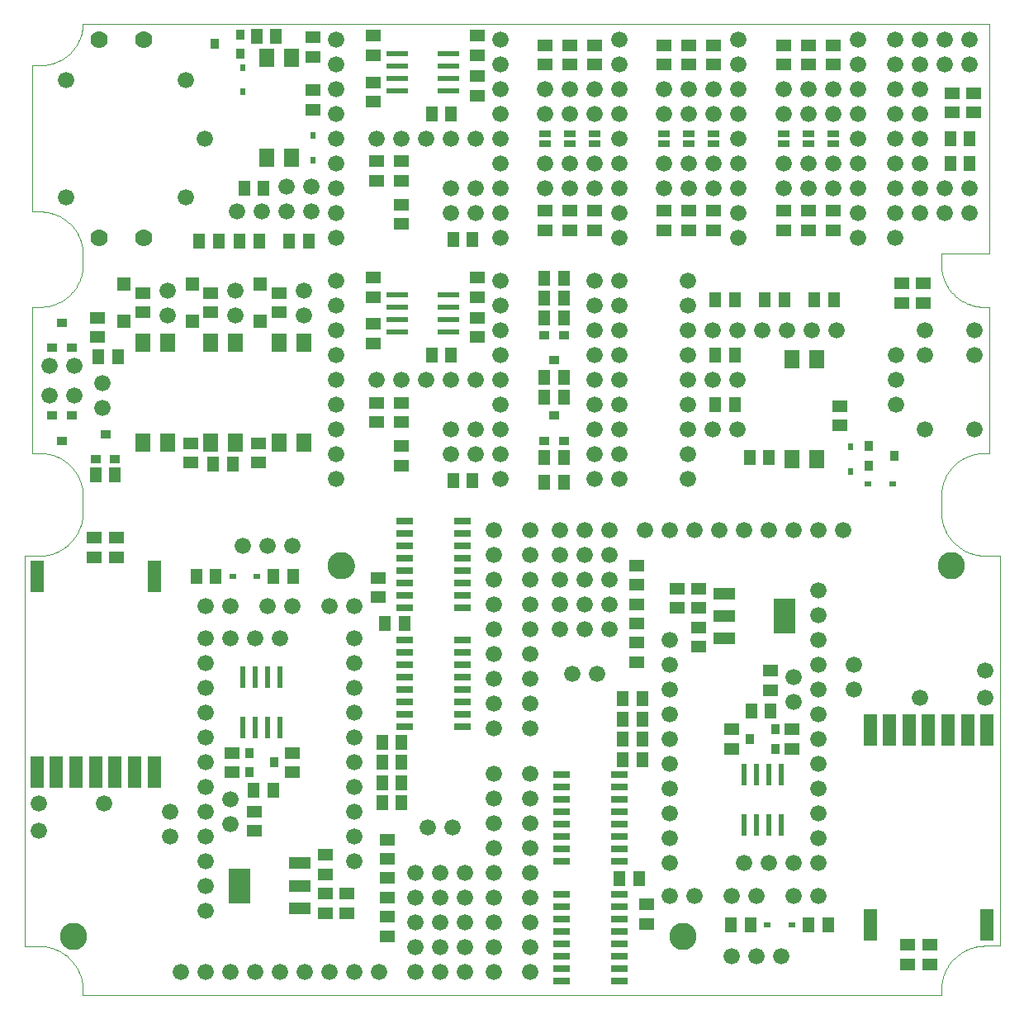
<source format=gts>
G75*
%MOIN*%
%OFA0B0*%
%FSLAX25Y25*%
%IPPOS*%
%LPD*%
%AMOC8*
5,1,8,0,0,1.08239X$1,22.5*
%
%ADD10C,0.00000*%
%ADD11C,0.11024*%
%ADD12C,0.10236*%
%ADD13R,0.05906X0.05118*%
%ADD14R,0.05118X0.05906*%
%ADD15C,0.06600*%
%ADD16R,0.08800X0.04800*%
%ADD17R,0.08661X0.14173*%
%ADD18R,0.03543X0.03937*%
%ADD19R,0.06890X0.02600*%
%ADD20R,0.02362X0.08661*%
%ADD21R,0.05512X0.12795*%
%ADD22R,0.03150X0.02362*%
%ADD23R,0.08661X0.02362*%
%ADD24R,0.05512X0.05512*%
%ADD25R,0.05906X0.07283*%
%ADD26R,0.03937X0.03543*%
%ADD27R,0.02362X0.03150*%
%ADD28C,0.07000*%
%ADD29R,0.05000X0.02500*%
D10*
X0008491Y0022031D02*
X0008919Y0022026D01*
X0009347Y0022010D01*
X0009774Y0021984D01*
X0010201Y0021948D01*
X0010627Y0021902D01*
X0011051Y0021845D01*
X0011474Y0021778D01*
X0011895Y0021701D01*
X0012314Y0021614D01*
X0012731Y0021516D01*
X0013145Y0021409D01*
X0013557Y0021291D01*
X0013966Y0021164D01*
X0014371Y0021027D01*
X0014774Y0020880D01*
X0015172Y0020723D01*
X0015567Y0020557D01*
X0015957Y0020381D01*
X0016343Y0020196D01*
X0016725Y0020002D01*
X0017101Y0019798D01*
X0017473Y0019586D01*
X0017839Y0019364D01*
X0018200Y0019134D01*
X0018555Y0018895D01*
X0018905Y0018647D01*
X0019248Y0018392D01*
X0019585Y0018127D01*
X0019916Y0017855D01*
X0020240Y0017575D01*
X0020557Y0017288D01*
X0020867Y0016992D01*
X0021169Y0016690D01*
X0021465Y0016380D01*
X0021752Y0016063D01*
X0022032Y0015739D01*
X0022304Y0015408D01*
X0022569Y0015071D01*
X0022824Y0014728D01*
X0023072Y0014378D01*
X0023311Y0014023D01*
X0023541Y0013662D01*
X0023763Y0013296D01*
X0023975Y0012924D01*
X0024179Y0012548D01*
X0024373Y0012166D01*
X0024558Y0011780D01*
X0024734Y0011390D01*
X0024900Y0010995D01*
X0025057Y0010597D01*
X0025204Y0010194D01*
X0025341Y0009789D01*
X0025468Y0009380D01*
X0025586Y0008968D01*
X0025693Y0008554D01*
X0025791Y0008137D01*
X0025878Y0007718D01*
X0025955Y0007297D01*
X0026022Y0006874D01*
X0026079Y0006450D01*
X0026125Y0006024D01*
X0026161Y0005597D01*
X0026187Y0005170D01*
X0026203Y0004742D01*
X0026208Y0004314D01*
X0026208Y0002375D01*
X0197133Y0002375D01*
X0201739Y0002375D01*
X0372664Y0002375D01*
X0372664Y0004373D01*
X0372669Y0004801D01*
X0372685Y0005229D01*
X0372711Y0005656D01*
X0372747Y0006083D01*
X0372793Y0006509D01*
X0372850Y0006933D01*
X0372917Y0007356D01*
X0372994Y0007777D01*
X0373081Y0008196D01*
X0373179Y0008613D01*
X0373286Y0009027D01*
X0373404Y0009439D01*
X0373531Y0009848D01*
X0373668Y0010253D01*
X0373815Y0010656D01*
X0373972Y0011054D01*
X0374138Y0011449D01*
X0374314Y0011839D01*
X0374499Y0012225D01*
X0374693Y0012607D01*
X0374897Y0012983D01*
X0375109Y0013355D01*
X0375331Y0013721D01*
X0375561Y0014082D01*
X0375800Y0014437D01*
X0376048Y0014787D01*
X0376303Y0015130D01*
X0376568Y0015467D01*
X0376840Y0015798D01*
X0377120Y0016122D01*
X0377407Y0016439D01*
X0377703Y0016749D01*
X0378005Y0017051D01*
X0378315Y0017347D01*
X0378632Y0017634D01*
X0378956Y0017914D01*
X0379287Y0018186D01*
X0379624Y0018451D01*
X0379967Y0018706D01*
X0380317Y0018954D01*
X0380672Y0019193D01*
X0381033Y0019423D01*
X0381399Y0019645D01*
X0381771Y0019857D01*
X0382147Y0020061D01*
X0382529Y0020255D01*
X0382915Y0020440D01*
X0383305Y0020616D01*
X0383700Y0020782D01*
X0384098Y0020939D01*
X0384501Y0021086D01*
X0384906Y0021223D01*
X0385315Y0021350D01*
X0385727Y0021468D01*
X0386141Y0021575D01*
X0386558Y0021673D01*
X0386977Y0021760D01*
X0387398Y0021837D01*
X0387821Y0021904D01*
X0388245Y0021961D01*
X0388671Y0022007D01*
X0389098Y0022043D01*
X0389525Y0022069D01*
X0389953Y0022085D01*
X0390381Y0022090D01*
X0396286Y0022090D01*
X0396286Y0179570D01*
X0390381Y0179570D01*
X0371483Y0175633D02*
X0371485Y0175776D01*
X0371491Y0175919D01*
X0371501Y0176061D01*
X0371515Y0176203D01*
X0371533Y0176345D01*
X0371555Y0176487D01*
X0371580Y0176627D01*
X0371610Y0176767D01*
X0371644Y0176906D01*
X0371681Y0177044D01*
X0371723Y0177181D01*
X0371768Y0177316D01*
X0371817Y0177450D01*
X0371869Y0177583D01*
X0371925Y0177715D01*
X0371985Y0177844D01*
X0372049Y0177972D01*
X0372116Y0178099D01*
X0372187Y0178223D01*
X0372261Y0178345D01*
X0372338Y0178465D01*
X0372419Y0178583D01*
X0372503Y0178699D01*
X0372590Y0178812D01*
X0372680Y0178923D01*
X0372774Y0179031D01*
X0372870Y0179137D01*
X0372969Y0179239D01*
X0373072Y0179339D01*
X0373176Y0179436D01*
X0373284Y0179531D01*
X0373394Y0179622D01*
X0373507Y0179710D01*
X0373622Y0179794D01*
X0373739Y0179876D01*
X0373859Y0179954D01*
X0373980Y0180029D01*
X0374104Y0180101D01*
X0374230Y0180169D01*
X0374357Y0180233D01*
X0374487Y0180294D01*
X0374618Y0180351D01*
X0374750Y0180405D01*
X0374884Y0180454D01*
X0375019Y0180501D01*
X0375156Y0180543D01*
X0375294Y0180581D01*
X0375432Y0180616D01*
X0375572Y0180646D01*
X0375712Y0180673D01*
X0375853Y0180696D01*
X0375995Y0180715D01*
X0376137Y0180730D01*
X0376280Y0180741D01*
X0376422Y0180748D01*
X0376565Y0180751D01*
X0376708Y0180750D01*
X0376851Y0180745D01*
X0376994Y0180736D01*
X0377136Y0180723D01*
X0377278Y0180706D01*
X0377419Y0180685D01*
X0377560Y0180660D01*
X0377700Y0180632D01*
X0377839Y0180599D01*
X0377977Y0180562D01*
X0378114Y0180522D01*
X0378250Y0180478D01*
X0378385Y0180430D01*
X0378518Y0180378D01*
X0378650Y0180323D01*
X0378780Y0180264D01*
X0378909Y0180201D01*
X0379035Y0180135D01*
X0379160Y0180065D01*
X0379283Y0179992D01*
X0379403Y0179916D01*
X0379522Y0179836D01*
X0379638Y0179752D01*
X0379752Y0179666D01*
X0379863Y0179576D01*
X0379972Y0179484D01*
X0380078Y0179388D01*
X0380182Y0179290D01*
X0380283Y0179188D01*
X0380380Y0179084D01*
X0380475Y0178977D01*
X0380567Y0178868D01*
X0380656Y0178756D01*
X0380742Y0178641D01*
X0380824Y0178525D01*
X0380903Y0178405D01*
X0380979Y0178284D01*
X0381051Y0178161D01*
X0381120Y0178036D01*
X0381185Y0177909D01*
X0381247Y0177780D01*
X0381305Y0177649D01*
X0381360Y0177517D01*
X0381410Y0177383D01*
X0381457Y0177248D01*
X0381501Y0177112D01*
X0381540Y0176975D01*
X0381575Y0176836D01*
X0381607Y0176697D01*
X0381635Y0176557D01*
X0381659Y0176416D01*
X0381679Y0176274D01*
X0381695Y0176132D01*
X0381707Y0175990D01*
X0381715Y0175847D01*
X0381719Y0175704D01*
X0381719Y0175562D01*
X0381715Y0175419D01*
X0381707Y0175276D01*
X0381695Y0175134D01*
X0381679Y0174992D01*
X0381659Y0174850D01*
X0381635Y0174709D01*
X0381607Y0174569D01*
X0381575Y0174430D01*
X0381540Y0174291D01*
X0381501Y0174154D01*
X0381457Y0174018D01*
X0381410Y0173883D01*
X0381360Y0173749D01*
X0381305Y0173617D01*
X0381247Y0173486D01*
X0381185Y0173357D01*
X0381120Y0173230D01*
X0381051Y0173105D01*
X0380979Y0172982D01*
X0380903Y0172861D01*
X0380824Y0172741D01*
X0380742Y0172625D01*
X0380656Y0172510D01*
X0380567Y0172398D01*
X0380475Y0172289D01*
X0380380Y0172182D01*
X0380283Y0172078D01*
X0380182Y0171976D01*
X0380078Y0171878D01*
X0379972Y0171782D01*
X0379863Y0171690D01*
X0379752Y0171600D01*
X0379638Y0171514D01*
X0379522Y0171430D01*
X0379403Y0171350D01*
X0379283Y0171274D01*
X0379160Y0171201D01*
X0379035Y0171131D01*
X0378909Y0171065D01*
X0378780Y0171002D01*
X0378650Y0170943D01*
X0378518Y0170888D01*
X0378385Y0170836D01*
X0378250Y0170788D01*
X0378114Y0170744D01*
X0377977Y0170704D01*
X0377839Y0170667D01*
X0377700Y0170634D01*
X0377560Y0170606D01*
X0377419Y0170581D01*
X0377278Y0170560D01*
X0377136Y0170543D01*
X0376994Y0170530D01*
X0376851Y0170521D01*
X0376708Y0170516D01*
X0376565Y0170515D01*
X0376422Y0170518D01*
X0376280Y0170525D01*
X0376137Y0170536D01*
X0375995Y0170551D01*
X0375853Y0170570D01*
X0375712Y0170593D01*
X0375572Y0170620D01*
X0375432Y0170650D01*
X0375294Y0170685D01*
X0375156Y0170723D01*
X0375019Y0170765D01*
X0374884Y0170812D01*
X0374750Y0170861D01*
X0374618Y0170915D01*
X0374487Y0170972D01*
X0374357Y0171033D01*
X0374230Y0171097D01*
X0374104Y0171165D01*
X0373980Y0171237D01*
X0373859Y0171312D01*
X0373739Y0171390D01*
X0373622Y0171472D01*
X0373507Y0171556D01*
X0373394Y0171644D01*
X0373284Y0171735D01*
X0373176Y0171830D01*
X0373072Y0171927D01*
X0372969Y0172027D01*
X0372870Y0172129D01*
X0372774Y0172235D01*
X0372680Y0172343D01*
X0372590Y0172454D01*
X0372503Y0172567D01*
X0372419Y0172683D01*
X0372338Y0172801D01*
X0372261Y0172921D01*
X0372187Y0173043D01*
X0372116Y0173167D01*
X0372049Y0173294D01*
X0371985Y0173422D01*
X0371925Y0173551D01*
X0371869Y0173683D01*
X0371817Y0173816D01*
X0371768Y0173950D01*
X0371723Y0174085D01*
X0371681Y0174222D01*
X0371644Y0174360D01*
X0371610Y0174499D01*
X0371580Y0174639D01*
X0371555Y0174779D01*
X0371533Y0174921D01*
X0371515Y0175063D01*
X0371501Y0175205D01*
X0371491Y0175347D01*
X0371485Y0175490D01*
X0371483Y0175633D01*
X0372664Y0197286D02*
X0372664Y0199225D01*
X0372664Y0204225D01*
X0372665Y0204225D02*
X0372682Y0204641D01*
X0372709Y0205056D01*
X0372747Y0205470D01*
X0372794Y0205884D01*
X0372851Y0206296D01*
X0372919Y0206706D01*
X0372996Y0207115D01*
X0373083Y0207522D01*
X0373180Y0207927D01*
X0373286Y0208329D01*
X0373402Y0208728D01*
X0373528Y0209125D01*
X0373664Y0209518D01*
X0373809Y0209908D01*
X0373963Y0210294D01*
X0374127Y0210677D01*
X0374299Y0211055D01*
X0374481Y0211430D01*
X0374672Y0211799D01*
X0374872Y0212164D01*
X0375080Y0212524D01*
X0375297Y0212879D01*
X0375523Y0213229D01*
X0375757Y0213573D01*
X0375999Y0213911D01*
X0376250Y0214243D01*
X0376508Y0214569D01*
X0376774Y0214889D01*
X0377048Y0215202D01*
X0377329Y0215509D01*
X0377618Y0215808D01*
X0377914Y0216101D01*
X0378216Y0216386D01*
X0378526Y0216664D01*
X0378842Y0216935D01*
X0379165Y0217197D01*
X0379494Y0217452D01*
X0379828Y0217699D01*
X0380169Y0217938D01*
X0380516Y0218168D01*
X0380868Y0218390D01*
X0381225Y0218603D01*
X0381587Y0218808D01*
X0381954Y0219004D01*
X0382326Y0219191D01*
X0382702Y0219368D01*
X0383082Y0219537D01*
X0383466Y0219697D01*
X0383854Y0219847D01*
X0384246Y0219987D01*
X0384641Y0220119D01*
X0385039Y0220240D01*
X0385439Y0220352D01*
X0385843Y0220455D01*
X0386248Y0220547D01*
X0386656Y0220630D01*
X0387066Y0220703D01*
X0387477Y0220765D01*
X0387889Y0220818D01*
X0388303Y0220861D01*
X0388718Y0220894D01*
X0389133Y0220917D01*
X0389549Y0220930D01*
X0389965Y0220933D01*
X0390381Y0220925D01*
X0390381Y0220926D02*
X0392118Y0220926D01*
X0392118Y0280006D01*
X0390381Y0280006D01*
X0390380Y0280006D02*
X0389964Y0279999D01*
X0389548Y0280002D01*
X0389132Y0280015D01*
X0388716Y0280038D01*
X0388301Y0280072D01*
X0387887Y0280115D01*
X0387475Y0280168D01*
X0387063Y0280231D01*
X0386653Y0280304D01*
X0386246Y0280387D01*
X0385840Y0280480D01*
X0385436Y0280583D01*
X0385035Y0280695D01*
X0384638Y0280817D01*
X0384243Y0280948D01*
X0383851Y0281089D01*
X0383463Y0281240D01*
X0383078Y0281400D01*
X0382698Y0281569D01*
X0382322Y0281747D01*
X0381950Y0281934D01*
X0381583Y0282130D01*
X0381221Y0282335D01*
X0380863Y0282549D01*
X0380511Y0282771D01*
X0380165Y0283002D01*
X0379824Y0283240D01*
X0379489Y0283488D01*
X0379160Y0283743D01*
X0378838Y0284006D01*
X0378521Y0284276D01*
X0378212Y0284555D01*
X0377909Y0284840D01*
X0377613Y0285133D01*
X0377325Y0285433D01*
X0377044Y0285740D01*
X0376770Y0286054D01*
X0376504Y0286374D01*
X0376246Y0286700D01*
X0375995Y0287033D01*
X0375753Y0287371D01*
X0375519Y0287716D01*
X0375293Y0288066D01*
X0375076Y0288421D01*
X0374868Y0288781D01*
X0374668Y0289146D01*
X0374478Y0289516D01*
X0374296Y0289891D01*
X0374123Y0290270D01*
X0373960Y0290652D01*
X0373806Y0291039D01*
X0373661Y0291429D01*
X0373526Y0291823D01*
X0373400Y0292220D01*
X0373284Y0292620D01*
X0373177Y0293022D01*
X0373081Y0293427D01*
X0372994Y0293834D01*
X0372917Y0294243D01*
X0372850Y0294654D01*
X0372793Y0295066D01*
X0372746Y0295480D01*
X0372708Y0295894D01*
X0372681Y0296310D01*
X0372664Y0296726D01*
X0372664Y0296725D02*
X0372664Y0301725D01*
X0392118Y0301725D01*
X0392118Y0394225D01*
X0348993Y0394225D01*
X0343993Y0394225D01*
X0300868Y0394225D01*
X0295868Y0394225D01*
X0252743Y0394225D01*
X0247743Y0394225D01*
X0204618Y0394225D01*
X0203993Y0394225D01*
X0199618Y0394225D01*
X0138368Y0394225D01*
X0133368Y0394225D01*
X0026208Y0394225D01*
X0026207Y0394226D02*
X0026190Y0393810D01*
X0026163Y0393395D01*
X0026125Y0392981D01*
X0026078Y0392567D01*
X0026021Y0392155D01*
X0025953Y0391745D01*
X0025876Y0391336D01*
X0025789Y0390929D01*
X0025692Y0390524D01*
X0025586Y0390122D01*
X0025470Y0389723D01*
X0025344Y0389326D01*
X0025208Y0388933D01*
X0025063Y0388543D01*
X0024909Y0388157D01*
X0024745Y0387774D01*
X0024573Y0387396D01*
X0024391Y0387021D01*
X0024200Y0386652D01*
X0024000Y0386287D01*
X0023792Y0385927D01*
X0023575Y0385572D01*
X0023349Y0385222D01*
X0023115Y0384878D01*
X0022873Y0384540D01*
X0022622Y0384208D01*
X0022364Y0383882D01*
X0022098Y0383562D01*
X0021824Y0383249D01*
X0021543Y0382942D01*
X0021254Y0382643D01*
X0020958Y0382350D01*
X0020656Y0382065D01*
X0020346Y0381787D01*
X0020030Y0381516D01*
X0019707Y0381254D01*
X0019378Y0380999D01*
X0019044Y0380752D01*
X0018703Y0380513D01*
X0018356Y0380283D01*
X0018004Y0380061D01*
X0017647Y0379848D01*
X0017285Y0379643D01*
X0016918Y0379447D01*
X0016546Y0379260D01*
X0016170Y0379083D01*
X0015790Y0378914D01*
X0015406Y0378754D01*
X0015018Y0378604D01*
X0014626Y0378464D01*
X0014231Y0378332D01*
X0013833Y0378211D01*
X0013433Y0378099D01*
X0013029Y0377996D01*
X0012624Y0377904D01*
X0012216Y0377821D01*
X0011806Y0377748D01*
X0011395Y0377686D01*
X0010983Y0377633D01*
X0010569Y0377590D01*
X0010154Y0377557D01*
X0009739Y0377534D01*
X0009323Y0377521D01*
X0008907Y0377518D01*
X0008491Y0377526D01*
X0008491Y0377525D02*
X0005868Y0377525D01*
X0005868Y0318445D01*
X0008491Y0318445D01*
X0008492Y0318445D02*
X0008914Y0318452D01*
X0009337Y0318449D01*
X0009759Y0318435D01*
X0010182Y0318411D01*
X0010603Y0318376D01*
X0011023Y0318332D01*
X0011442Y0318277D01*
X0011860Y0318211D01*
X0012276Y0318136D01*
X0012690Y0318050D01*
X0013102Y0317954D01*
X0013511Y0317848D01*
X0013918Y0317732D01*
X0014321Y0317606D01*
X0014722Y0317470D01*
X0015118Y0317325D01*
X0015512Y0317170D01*
X0015901Y0317005D01*
X0016286Y0316830D01*
X0016667Y0316647D01*
X0017043Y0316454D01*
X0017414Y0316251D01*
X0017780Y0316040D01*
X0018141Y0315820D01*
X0018497Y0315591D01*
X0018846Y0315353D01*
X0019190Y0315107D01*
X0019528Y0314853D01*
X0019859Y0314590D01*
X0020183Y0314319D01*
X0020501Y0314041D01*
X0020812Y0313754D01*
X0021116Y0313460D01*
X0021413Y0313159D01*
X0021702Y0312851D01*
X0021983Y0312535D01*
X0022257Y0312213D01*
X0022523Y0311884D01*
X0022780Y0311549D01*
X0023029Y0311207D01*
X0023270Y0310860D01*
X0023502Y0310506D01*
X0023725Y0310147D01*
X0023940Y0309783D01*
X0024145Y0309414D01*
X0024342Y0309039D01*
X0024529Y0308660D01*
X0024706Y0308276D01*
X0024875Y0307889D01*
X0025033Y0307497D01*
X0025182Y0307101D01*
X0025322Y0306702D01*
X0025451Y0306300D01*
X0025571Y0305894D01*
X0025680Y0305486D01*
X0025780Y0305075D01*
X0025869Y0304662D01*
X0025948Y0304246D01*
X0026017Y0303829D01*
X0026076Y0303411D01*
X0026124Y0302991D01*
X0026163Y0302570D01*
X0026190Y0302148D01*
X0026208Y0301725D01*
X0026208Y0296725D01*
X0026207Y0296726D02*
X0026190Y0296310D01*
X0026163Y0295895D01*
X0026125Y0295481D01*
X0026078Y0295067D01*
X0026021Y0294655D01*
X0025953Y0294245D01*
X0025876Y0293836D01*
X0025789Y0293429D01*
X0025692Y0293024D01*
X0025586Y0292622D01*
X0025470Y0292223D01*
X0025344Y0291826D01*
X0025208Y0291433D01*
X0025063Y0291043D01*
X0024909Y0290657D01*
X0024745Y0290274D01*
X0024573Y0289896D01*
X0024391Y0289521D01*
X0024200Y0289152D01*
X0024000Y0288787D01*
X0023792Y0288427D01*
X0023575Y0288072D01*
X0023349Y0287722D01*
X0023115Y0287378D01*
X0022873Y0287040D01*
X0022622Y0286708D01*
X0022364Y0286382D01*
X0022098Y0286062D01*
X0021824Y0285749D01*
X0021543Y0285442D01*
X0021254Y0285143D01*
X0020958Y0284850D01*
X0020656Y0284565D01*
X0020346Y0284287D01*
X0020030Y0284016D01*
X0019707Y0283754D01*
X0019378Y0283499D01*
X0019044Y0283252D01*
X0018703Y0283013D01*
X0018356Y0282783D01*
X0018004Y0282561D01*
X0017647Y0282348D01*
X0017285Y0282143D01*
X0016918Y0281947D01*
X0016546Y0281760D01*
X0016170Y0281583D01*
X0015790Y0281414D01*
X0015406Y0281254D01*
X0015018Y0281104D01*
X0014626Y0280964D01*
X0014231Y0280832D01*
X0013833Y0280711D01*
X0013433Y0280599D01*
X0013029Y0280496D01*
X0012624Y0280404D01*
X0012216Y0280321D01*
X0011806Y0280248D01*
X0011395Y0280186D01*
X0010983Y0280133D01*
X0010569Y0280090D01*
X0010154Y0280057D01*
X0009739Y0280034D01*
X0009323Y0280021D01*
X0008907Y0280018D01*
X0008491Y0280026D01*
X0008491Y0280025D02*
X0005868Y0280025D01*
X0005868Y0220945D01*
X0008491Y0220945D01*
X0026208Y0204225D02*
X0026208Y0199225D01*
X0026208Y0197227D01*
X0026203Y0196799D01*
X0026187Y0196371D01*
X0026161Y0195944D01*
X0026125Y0195517D01*
X0026079Y0195091D01*
X0026022Y0194667D01*
X0025955Y0194244D01*
X0025878Y0193823D01*
X0025791Y0193404D01*
X0025693Y0192987D01*
X0025586Y0192573D01*
X0025468Y0192161D01*
X0025341Y0191752D01*
X0025204Y0191347D01*
X0025057Y0190944D01*
X0024900Y0190546D01*
X0024734Y0190151D01*
X0024558Y0189761D01*
X0024373Y0189375D01*
X0024179Y0188993D01*
X0023975Y0188617D01*
X0023763Y0188245D01*
X0023541Y0187879D01*
X0023311Y0187518D01*
X0023072Y0187163D01*
X0022824Y0186813D01*
X0022569Y0186470D01*
X0022304Y0186133D01*
X0022032Y0185802D01*
X0021752Y0185478D01*
X0021465Y0185161D01*
X0021169Y0184851D01*
X0020867Y0184549D01*
X0020557Y0184253D01*
X0020240Y0183966D01*
X0019916Y0183686D01*
X0019585Y0183414D01*
X0019248Y0183149D01*
X0018905Y0182894D01*
X0018555Y0182646D01*
X0018200Y0182407D01*
X0017839Y0182177D01*
X0017473Y0181955D01*
X0017101Y0181743D01*
X0016725Y0181539D01*
X0016343Y0181345D01*
X0015957Y0181160D01*
X0015567Y0180984D01*
X0015172Y0180818D01*
X0014774Y0180661D01*
X0014371Y0180514D01*
X0013966Y0180377D01*
X0013557Y0180250D01*
X0013145Y0180132D01*
X0012731Y0180025D01*
X0012314Y0179927D01*
X0011895Y0179840D01*
X0011474Y0179763D01*
X0011051Y0179696D01*
X0010627Y0179639D01*
X0010201Y0179593D01*
X0009774Y0179557D01*
X0009347Y0179531D01*
X0008919Y0179515D01*
X0008491Y0179510D01*
X0008491Y0179511D02*
X0002586Y0179511D01*
X0002586Y0022031D01*
X0008491Y0022031D01*
X0017153Y0025968D02*
X0017155Y0026111D01*
X0017161Y0026254D01*
X0017171Y0026396D01*
X0017185Y0026538D01*
X0017203Y0026680D01*
X0017225Y0026822D01*
X0017250Y0026962D01*
X0017280Y0027102D01*
X0017314Y0027241D01*
X0017351Y0027379D01*
X0017393Y0027516D01*
X0017438Y0027651D01*
X0017487Y0027785D01*
X0017539Y0027918D01*
X0017595Y0028050D01*
X0017655Y0028179D01*
X0017719Y0028307D01*
X0017786Y0028434D01*
X0017857Y0028558D01*
X0017931Y0028680D01*
X0018008Y0028800D01*
X0018089Y0028918D01*
X0018173Y0029034D01*
X0018260Y0029147D01*
X0018350Y0029258D01*
X0018444Y0029366D01*
X0018540Y0029472D01*
X0018639Y0029574D01*
X0018742Y0029674D01*
X0018846Y0029771D01*
X0018954Y0029866D01*
X0019064Y0029957D01*
X0019177Y0030045D01*
X0019292Y0030129D01*
X0019409Y0030211D01*
X0019529Y0030289D01*
X0019650Y0030364D01*
X0019774Y0030436D01*
X0019900Y0030504D01*
X0020027Y0030568D01*
X0020157Y0030629D01*
X0020288Y0030686D01*
X0020420Y0030740D01*
X0020554Y0030789D01*
X0020689Y0030836D01*
X0020826Y0030878D01*
X0020964Y0030916D01*
X0021102Y0030951D01*
X0021242Y0030981D01*
X0021382Y0031008D01*
X0021523Y0031031D01*
X0021665Y0031050D01*
X0021807Y0031065D01*
X0021950Y0031076D01*
X0022092Y0031083D01*
X0022235Y0031086D01*
X0022378Y0031085D01*
X0022521Y0031080D01*
X0022664Y0031071D01*
X0022806Y0031058D01*
X0022948Y0031041D01*
X0023089Y0031020D01*
X0023230Y0030995D01*
X0023370Y0030967D01*
X0023509Y0030934D01*
X0023647Y0030897D01*
X0023784Y0030857D01*
X0023920Y0030813D01*
X0024055Y0030765D01*
X0024188Y0030713D01*
X0024320Y0030658D01*
X0024450Y0030599D01*
X0024579Y0030536D01*
X0024705Y0030470D01*
X0024830Y0030400D01*
X0024953Y0030327D01*
X0025073Y0030251D01*
X0025192Y0030171D01*
X0025308Y0030087D01*
X0025422Y0030001D01*
X0025533Y0029911D01*
X0025642Y0029819D01*
X0025748Y0029723D01*
X0025852Y0029625D01*
X0025953Y0029523D01*
X0026050Y0029419D01*
X0026145Y0029312D01*
X0026237Y0029203D01*
X0026326Y0029091D01*
X0026412Y0028976D01*
X0026494Y0028860D01*
X0026573Y0028740D01*
X0026649Y0028619D01*
X0026721Y0028496D01*
X0026790Y0028371D01*
X0026855Y0028244D01*
X0026917Y0028115D01*
X0026975Y0027984D01*
X0027030Y0027852D01*
X0027080Y0027718D01*
X0027127Y0027583D01*
X0027171Y0027447D01*
X0027210Y0027310D01*
X0027245Y0027171D01*
X0027277Y0027032D01*
X0027305Y0026892D01*
X0027329Y0026751D01*
X0027349Y0026609D01*
X0027365Y0026467D01*
X0027377Y0026325D01*
X0027385Y0026182D01*
X0027389Y0026039D01*
X0027389Y0025897D01*
X0027385Y0025754D01*
X0027377Y0025611D01*
X0027365Y0025469D01*
X0027349Y0025327D01*
X0027329Y0025185D01*
X0027305Y0025044D01*
X0027277Y0024904D01*
X0027245Y0024765D01*
X0027210Y0024626D01*
X0027171Y0024489D01*
X0027127Y0024353D01*
X0027080Y0024218D01*
X0027030Y0024084D01*
X0026975Y0023952D01*
X0026917Y0023821D01*
X0026855Y0023692D01*
X0026790Y0023565D01*
X0026721Y0023440D01*
X0026649Y0023317D01*
X0026573Y0023196D01*
X0026494Y0023076D01*
X0026412Y0022960D01*
X0026326Y0022845D01*
X0026237Y0022733D01*
X0026145Y0022624D01*
X0026050Y0022517D01*
X0025953Y0022413D01*
X0025852Y0022311D01*
X0025748Y0022213D01*
X0025642Y0022117D01*
X0025533Y0022025D01*
X0025422Y0021935D01*
X0025308Y0021849D01*
X0025192Y0021765D01*
X0025073Y0021685D01*
X0024953Y0021609D01*
X0024830Y0021536D01*
X0024705Y0021466D01*
X0024579Y0021400D01*
X0024450Y0021337D01*
X0024320Y0021278D01*
X0024188Y0021223D01*
X0024055Y0021171D01*
X0023920Y0021123D01*
X0023784Y0021079D01*
X0023647Y0021039D01*
X0023509Y0021002D01*
X0023370Y0020969D01*
X0023230Y0020941D01*
X0023089Y0020916D01*
X0022948Y0020895D01*
X0022806Y0020878D01*
X0022664Y0020865D01*
X0022521Y0020856D01*
X0022378Y0020851D01*
X0022235Y0020850D01*
X0022092Y0020853D01*
X0021950Y0020860D01*
X0021807Y0020871D01*
X0021665Y0020886D01*
X0021523Y0020905D01*
X0021382Y0020928D01*
X0021242Y0020955D01*
X0021102Y0020985D01*
X0020964Y0021020D01*
X0020826Y0021058D01*
X0020689Y0021100D01*
X0020554Y0021147D01*
X0020420Y0021196D01*
X0020288Y0021250D01*
X0020157Y0021307D01*
X0020027Y0021368D01*
X0019900Y0021432D01*
X0019774Y0021500D01*
X0019650Y0021572D01*
X0019529Y0021647D01*
X0019409Y0021725D01*
X0019292Y0021807D01*
X0019177Y0021891D01*
X0019064Y0021979D01*
X0018954Y0022070D01*
X0018846Y0022165D01*
X0018742Y0022262D01*
X0018639Y0022362D01*
X0018540Y0022464D01*
X0018444Y0022570D01*
X0018350Y0022678D01*
X0018260Y0022789D01*
X0018173Y0022902D01*
X0018089Y0023018D01*
X0018008Y0023136D01*
X0017931Y0023256D01*
X0017857Y0023378D01*
X0017786Y0023502D01*
X0017719Y0023629D01*
X0017655Y0023757D01*
X0017595Y0023886D01*
X0017539Y0024018D01*
X0017487Y0024151D01*
X0017438Y0024285D01*
X0017393Y0024420D01*
X0017351Y0024557D01*
X0017314Y0024695D01*
X0017280Y0024834D01*
X0017250Y0024974D01*
X0017225Y0025114D01*
X0017203Y0025256D01*
X0017185Y0025398D01*
X0017171Y0025540D01*
X0017161Y0025682D01*
X0017155Y0025825D01*
X0017153Y0025968D01*
X0125420Y0175574D02*
X0125422Y0175717D01*
X0125428Y0175860D01*
X0125438Y0176002D01*
X0125452Y0176144D01*
X0125470Y0176286D01*
X0125492Y0176428D01*
X0125517Y0176568D01*
X0125547Y0176708D01*
X0125581Y0176847D01*
X0125618Y0176985D01*
X0125660Y0177122D01*
X0125705Y0177257D01*
X0125754Y0177391D01*
X0125806Y0177524D01*
X0125862Y0177656D01*
X0125922Y0177785D01*
X0125986Y0177913D01*
X0126053Y0178040D01*
X0126124Y0178164D01*
X0126198Y0178286D01*
X0126275Y0178406D01*
X0126356Y0178524D01*
X0126440Y0178640D01*
X0126527Y0178753D01*
X0126617Y0178864D01*
X0126711Y0178972D01*
X0126807Y0179078D01*
X0126906Y0179180D01*
X0127009Y0179280D01*
X0127113Y0179377D01*
X0127221Y0179472D01*
X0127331Y0179563D01*
X0127444Y0179651D01*
X0127559Y0179735D01*
X0127676Y0179817D01*
X0127796Y0179895D01*
X0127917Y0179970D01*
X0128041Y0180042D01*
X0128167Y0180110D01*
X0128294Y0180174D01*
X0128424Y0180235D01*
X0128555Y0180292D01*
X0128687Y0180346D01*
X0128821Y0180395D01*
X0128956Y0180442D01*
X0129093Y0180484D01*
X0129231Y0180522D01*
X0129369Y0180557D01*
X0129509Y0180587D01*
X0129649Y0180614D01*
X0129790Y0180637D01*
X0129932Y0180656D01*
X0130074Y0180671D01*
X0130217Y0180682D01*
X0130359Y0180689D01*
X0130502Y0180692D01*
X0130645Y0180691D01*
X0130788Y0180686D01*
X0130931Y0180677D01*
X0131073Y0180664D01*
X0131215Y0180647D01*
X0131356Y0180626D01*
X0131497Y0180601D01*
X0131637Y0180573D01*
X0131776Y0180540D01*
X0131914Y0180503D01*
X0132051Y0180463D01*
X0132187Y0180419D01*
X0132322Y0180371D01*
X0132455Y0180319D01*
X0132587Y0180264D01*
X0132717Y0180205D01*
X0132846Y0180142D01*
X0132972Y0180076D01*
X0133097Y0180006D01*
X0133220Y0179933D01*
X0133340Y0179857D01*
X0133459Y0179777D01*
X0133575Y0179693D01*
X0133689Y0179607D01*
X0133800Y0179517D01*
X0133909Y0179425D01*
X0134015Y0179329D01*
X0134119Y0179231D01*
X0134220Y0179129D01*
X0134317Y0179025D01*
X0134412Y0178918D01*
X0134504Y0178809D01*
X0134593Y0178697D01*
X0134679Y0178582D01*
X0134761Y0178466D01*
X0134840Y0178346D01*
X0134916Y0178225D01*
X0134988Y0178102D01*
X0135057Y0177977D01*
X0135122Y0177850D01*
X0135184Y0177721D01*
X0135242Y0177590D01*
X0135297Y0177458D01*
X0135347Y0177324D01*
X0135394Y0177189D01*
X0135438Y0177053D01*
X0135477Y0176916D01*
X0135512Y0176777D01*
X0135544Y0176638D01*
X0135572Y0176498D01*
X0135596Y0176357D01*
X0135616Y0176215D01*
X0135632Y0176073D01*
X0135644Y0175931D01*
X0135652Y0175788D01*
X0135656Y0175645D01*
X0135656Y0175503D01*
X0135652Y0175360D01*
X0135644Y0175217D01*
X0135632Y0175075D01*
X0135616Y0174933D01*
X0135596Y0174791D01*
X0135572Y0174650D01*
X0135544Y0174510D01*
X0135512Y0174371D01*
X0135477Y0174232D01*
X0135438Y0174095D01*
X0135394Y0173959D01*
X0135347Y0173824D01*
X0135297Y0173690D01*
X0135242Y0173558D01*
X0135184Y0173427D01*
X0135122Y0173298D01*
X0135057Y0173171D01*
X0134988Y0173046D01*
X0134916Y0172923D01*
X0134840Y0172802D01*
X0134761Y0172682D01*
X0134679Y0172566D01*
X0134593Y0172451D01*
X0134504Y0172339D01*
X0134412Y0172230D01*
X0134317Y0172123D01*
X0134220Y0172019D01*
X0134119Y0171917D01*
X0134015Y0171819D01*
X0133909Y0171723D01*
X0133800Y0171631D01*
X0133689Y0171541D01*
X0133575Y0171455D01*
X0133459Y0171371D01*
X0133340Y0171291D01*
X0133220Y0171215D01*
X0133097Y0171142D01*
X0132972Y0171072D01*
X0132846Y0171006D01*
X0132717Y0170943D01*
X0132587Y0170884D01*
X0132455Y0170829D01*
X0132322Y0170777D01*
X0132187Y0170729D01*
X0132051Y0170685D01*
X0131914Y0170645D01*
X0131776Y0170608D01*
X0131637Y0170575D01*
X0131497Y0170547D01*
X0131356Y0170522D01*
X0131215Y0170501D01*
X0131073Y0170484D01*
X0130931Y0170471D01*
X0130788Y0170462D01*
X0130645Y0170457D01*
X0130502Y0170456D01*
X0130359Y0170459D01*
X0130217Y0170466D01*
X0130074Y0170477D01*
X0129932Y0170492D01*
X0129790Y0170511D01*
X0129649Y0170534D01*
X0129509Y0170561D01*
X0129369Y0170591D01*
X0129231Y0170626D01*
X0129093Y0170664D01*
X0128956Y0170706D01*
X0128821Y0170753D01*
X0128687Y0170802D01*
X0128555Y0170856D01*
X0128424Y0170913D01*
X0128294Y0170974D01*
X0128167Y0171038D01*
X0128041Y0171106D01*
X0127917Y0171178D01*
X0127796Y0171253D01*
X0127676Y0171331D01*
X0127559Y0171413D01*
X0127444Y0171497D01*
X0127331Y0171585D01*
X0127221Y0171676D01*
X0127113Y0171771D01*
X0127009Y0171868D01*
X0126906Y0171968D01*
X0126807Y0172070D01*
X0126711Y0172176D01*
X0126617Y0172284D01*
X0126527Y0172395D01*
X0126440Y0172508D01*
X0126356Y0172624D01*
X0126275Y0172742D01*
X0126198Y0172862D01*
X0126124Y0172984D01*
X0126053Y0173108D01*
X0125986Y0173235D01*
X0125922Y0173363D01*
X0125862Y0173492D01*
X0125806Y0173624D01*
X0125754Y0173757D01*
X0125705Y0173891D01*
X0125660Y0174026D01*
X0125618Y0174163D01*
X0125581Y0174301D01*
X0125547Y0174440D01*
X0125517Y0174580D01*
X0125492Y0174720D01*
X0125470Y0174862D01*
X0125452Y0175004D01*
X0125438Y0175146D01*
X0125428Y0175288D01*
X0125422Y0175431D01*
X0125420Y0175574D01*
X0026208Y0204225D02*
X0026190Y0204648D01*
X0026163Y0205070D01*
X0026124Y0205491D01*
X0026076Y0205911D01*
X0026017Y0206329D01*
X0025948Y0206746D01*
X0025869Y0207162D01*
X0025780Y0207575D01*
X0025680Y0207986D01*
X0025571Y0208394D01*
X0025451Y0208800D01*
X0025322Y0209202D01*
X0025182Y0209601D01*
X0025033Y0209997D01*
X0024875Y0210389D01*
X0024706Y0210776D01*
X0024529Y0211160D01*
X0024342Y0211539D01*
X0024145Y0211914D01*
X0023940Y0212283D01*
X0023725Y0212647D01*
X0023502Y0213006D01*
X0023270Y0213360D01*
X0023029Y0213707D01*
X0022780Y0214049D01*
X0022523Y0214384D01*
X0022257Y0214713D01*
X0021983Y0215035D01*
X0021702Y0215351D01*
X0021413Y0215659D01*
X0021116Y0215960D01*
X0020812Y0216254D01*
X0020501Y0216541D01*
X0020183Y0216819D01*
X0019859Y0217090D01*
X0019528Y0217353D01*
X0019190Y0217607D01*
X0018846Y0217853D01*
X0018497Y0218091D01*
X0018141Y0218320D01*
X0017780Y0218540D01*
X0017414Y0218751D01*
X0017043Y0218954D01*
X0016667Y0219147D01*
X0016286Y0219330D01*
X0015901Y0219505D01*
X0015512Y0219670D01*
X0015118Y0219825D01*
X0014722Y0219970D01*
X0014321Y0220106D01*
X0013918Y0220232D01*
X0013511Y0220348D01*
X0013102Y0220454D01*
X0012690Y0220550D01*
X0012276Y0220636D01*
X0011860Y0220711D01*
X0011442Y0220777D01*
X0011023Y0220832D01*
X0010603Y0220876D01*
X0010182Y0220911D01*
X0009759Y0220935D01*
X0009337Y0220949D01*
X0008914Y0220952D01*
X0008492Y0220945D01*
X0263216Y0026027D02*
X0263218Y0026170D01*
X0263224Y0026313D01*
X0263234Y0026455D01*
X0263248Y0026597D01*
X0263266Y0026739D01*
X0263288Y0026881D01*
X0263313Y0027021D01*
X0263343Y0027161D01*
X0263377Y0027300D01*
X0263414Y0027438D01*
X0263456Y0027575D01*
X0263501Y0027710D01*
X0263550Y0027844D01*
X0263602Y0027977D01*
X0263658Y0028109D01*
X0263718Y0028238D01*
X0263782Y0028366D01*
X0263849Y0028493D01*
X0263920Y0028617D01*
X0263994Y0028739D01*
X0264071Y0028859D01*
X0264152Y0028977D01*
X0264236Y0029093D01*
X0264323Y0029206D01*
X0264413Y0029317D01*
X0264507Y0029425D01*
X0264603Y0029531D01*
X0264702Y0029633D01*
X0264805Y0029733D01*
X0264909Y0029830D01*
X0265017Y0029925D01*
X0265127Y0030016D01*
X0265240Y0030104D01*
X0265355Y0030188D01*
X0265472Y0030270D01*
X0265592Y0030348D01*
X0265713Y0030423D01*
X0265837Y0030495D01*
X0265963Y0030563D01*
X0266090Y0030627D01*
X0266220Y0030688D01*
X0266351Y0030745D01*
X0266483Y0030799D01*
X0266617Y0030848D01*
X0266752Y0030895D01*
X0266889Y0030937D01*
X0267027Y0030975D01*
X0267165Y0031010D01*
X0267305Y0031040D01*
X0267445Y0031067D01*
X0267586Y0031090D01*
X0267728Y0031109D01*
X0267870Y0031124D01*
X0268013Y0031135D01*
X0268155Y0031142D01*
X0268298Y0031145D01*
X0268441Y0031144D01*
X0268584Y0031139D01*
X0268727Y0031130D01*
X0268869Y0031117D01*
X0269011Y0031100D01*
X0269152Y0031079D01*
X0269293Y0031054D01*
X0269433Y0031026D01*
X0269572Y0030993D01*
X0269710Y0030956D01*
X0269847Y0030916D01*
X0269983Y0030872D01*
X0270118Y0030824D01*
X0270251Y0030772D01*
X0270383Y0030717D01*
X0270513Y0030658D01*
X0270642Y0030595D01*
X0270768Y0030529D01*
X0270893Y0030459D01*
X0271016Y0030386D01*
X0271136Y0030310D01*
X0271255Y0030230D01*
X0271371Y0030146D01*
X0271485Y0030060D01*
X0271596Y0029970D01*
X0271705Y0029878D01*
X0271811Y0029782D01*
X0271915Y0029684D01*
X0272016Y0029582D01*
X0272113Y0029478D01*
X0272208Y0029371D01*
X0272300Y0029262D01*
X0272389Y0029150D01*
X0272475Y0029035D01*
X0272557Y0028919D01*
X0272636Y0028799D01*
X0272712Y0028678D01*
X0272784Y0028555D01*
X0272853Y0028430D01*
X0272918Y0028303D01*
X0272980Y0028174D01*
X0273038Y0028043D01*
X0273093Y0027911D01*
X0273143Y0027777D01*
X0273190Y0027642D01*
X0273234Y0027506D01*
X0273273Y0027369D01*
X0273308Y0027230D01*
X0273340Y0027091D01*
X0273368Y0026951D01*
X0273392Y0026810D01*
X0273412Y0026668D01*
X0273428Y0026526D01*
X0273440Y0026384D01*
X0273448Y0026241D01*
X0273452Y0026098D01*
X0273452Y0025956D01*
X0273448Y0025813D01*
X0273440Y0025670D01*
X0273428Y0025528D01*
X0273412Y0025386D01*
X0273392Y0025244D01*
X0273368Y0025103D01*
X0273340Y0024963D01*
X0273308Y0024824D01*
X0273273Y0024685D01*
X0273234Y0024548D01*
X0273190Y0024412D01*
X0273143Y0024277D01*
X0273093Y0024143D01*
X0273038Y0024011D01*
X0272980Y0023880D01*
X0272918Y0023751D01*
X0272853Y0023624D01*
X0272784Y0023499D01*
X0272712Y0023376D01*
X0272636Y0023255D01*
X0272557Y0023135D01*
X0272475Y0023019D01*
X0272389Y0022904D01*
X0272300Y0022792D01*
X0272208Y0022683D01*
X0272113Y0022576D01*
X0272016Y0022472D01*
X0271915Y0022370D01*
X0271811Y0022272D01*
X0271705Y0022176D01*
X0271596Y0022084D01*
X0271485Y0021994D01*
X0271371Y0021908D01*
X0271255Y0021824D01*
X0271136Y0021744D01*
X0271016Y0021668D01*
X0270893Y0021595D01*
X0270768Y0021525D01*
X0270642Y0021459D01*
X0270513Y0021396D01*
X0270383Y0021337D01*
X0270251Y0021282D01*
X0270118Y0021230D01*
X0269983Y0021182D01*
X0269847Y0021138D01*
X0269710Y0021098D01*
X0269572Y0021061D01*
X0269433Y0021028D01*
X0269293Y0021000D01*
X0269152Y0020975D01*
X0269011Y0020954D01*
X0268869Y0020937D01*
X0268727Y0020924D01*
X0268584Y0020915D01*
X0268441Y0020910D01*
X0268298Y0020909D01*
X0268155Y0020912D01*
X0268013Y0020919D01*
X0267870Y0020930D01*
X0267728Y0020945D01*
X0267586Y0020964D01*
X0267445Y0020987D01*
X0267305Y0021014D01*
X0267165Y0021044D01*
X0267027Y0021079D01*
X0266889Y0021117D01*
X0266752Y0021159D01*
X0266617Y0021206D01*
X0266483Y0021255D01*
X0266351Y0021309D01*
X0266220Y0021366D01*
X0266090Y0021427D01*
X0265963Y0021491D01*
X0265837Y0021559D01*
X0265713Y0021631D01*
X0265592Y0021706D01*
X0265472Y0021784D01*
X0265355Y0021866D01*
X0265240Y0021950D01*
X0265127Y0022038D01*
X0265017Y0022129D01*
X0264909Y0022224D01*
X0264805Y0022321D01*
X0264702Y0022421D01*
X0264603Y0022523D01*
X0264507Y0022629D01*
X0264413Y0022737D01*
X0264323Y0022848D01*
X0264236Y0022961D01*
X0264152Y0023077D01*
X0264071Y0023195D01*
X0263994Y0023315D01*
X0263920Y0023437D01*
X0263849Y0023561D01*
X0263782Y0023688D01*
X0263718Y0023816D01*
X0263658Y0023945D01*
X0263602Y0024077D01*
X0263550Y0024210D01*
X0263501Y0024344D01*
X0263456Y0024479D01*
X0263414Y0024616D01*
X0263377Y0024754D01*
X0263343Y0024893D01*
X0263313Y0025033D01*
X0263288Y0025173D01*
X0263266Y0025315D01*
X0263248Y0025457D01*
X0263234Y0025599D01*
X0263224Y0025741D01*
X0263218Y0025884D01*
X0263216Y0026027D01*
X0390381Y0179569D02*
X0389953Y0179574D01*
X0389525Y0179590D01*
X0389098Y0179616D01*
X0388671Y0179652D01*
X0388245Y0179698D01*
X0387821Y0179755D01*
X0387398Y0179822D01*
X0386977Y0179899D01*
X0386558Y0179986D01*
X0386141Y0180084D01*
X0385727Y0180191D01*
X0385315Y0180309D01*
X0384906Y0180436D01*
X0384501Y0180573D01*
X0384098Y0180720D01*
X0383700Y0180877D01*
X0383305Y0181043D01*
X0382915Y0181219D01*
X0382529Y0181404D01*
X0382147Y0181598D01*
X0381771Y0181802D01*
X0381399Y0182014D01*
X0381033Y0182236D01*
X0380672Y0182466D01*
X0380317Y0182705D01*
X0379967Y0182953D01*
X0379624Y0183208D01*
X0379287Y0183473D01*
X0378956Y0183745D01*
X0378632Y0184025D01*
X0378315Y0184312D01*
X0378005Y0184608D01*
X0377703Y0184910D01*
X0377407Y0185220D01*
X0377120Y0185537D01*
X0376840Y0185861D01*
X0376568Y0186192D01*
X0376303Y0186529D01*
X0376048Y0186872D01*
X0375800Y0187222D01*
X0375561Y0187577D01*
X0375331Y0187938D01*
X0375109Y0188304D01*
X0374897Y0188676D01*
X0374693Y0189052D01*
X0374499Y0189434D01*
X0374314Y0189820D01*
X0374138Y0190210D01*
X0373972Y0190605D01*
X0373815Y0191003D01*
X0373668Y0191406D01*
X0373531Y0191811D01*
X0373404Y0192220D01*
X0373286Y0192632D01*
X0373179Y0193046D01*
X0373081Y0193463D01*
X0372994Y0193882D01*
X0372917Y0194303D01*
X0372850Y0194726D01*
X0372793Y0195150D01*
X0372747Y0195576D01*
X0372711Y0196003D01*
X0372685Y0196430D01*
X0372669Y0196858D01*
X0372664Y0197286D01*
D11*
X0376601Y0175633D03*
X0268334Y0026027D03*
X0130538Y0175574D03*
X0022271Y0025968D03*
D12*
X0022271Y0025968D03*
X0130538Y0175574D03*
X0268334Y0026027D03*
X0376601Y0175633D03*
D13*
X0331754Y0232163D03*
X0331754Y0240037D03*
X0356754Y0281538D03*
X0356754Y0289412D03*
X0365504Y0289412D03*
X0365504Y0281538D03*
X0328993Y0310913D03*
X0328993Y0318787D03*
X0318993Y0318787D03*
X0318993Y0310913D03*
X0308993Y0310913D03*
X0308993Y0318787D03*
X0280868Y0318787D03*
X0280868Y0310913D03*
X0270868Y0310913D03*
X0270868Y0318787D03*
X0260868Y0318787D03*
X0260868Y0310913D03*
X0232743Y0310913D03*
X0232743Y0318787D03*
X0222743Y0318787D03*
X0222743Y0310913D03*
X0212743Y0310913D03*
X0212743Y0318787D03*
X0185243Y0291912D03*
X0185243Y0284038D03*
X0185243Y0275662D03*
X0185243Y0267788D03*
X0154618Y0241287D03*
X0154618Y0233413D03*
X0154618Y0223787D03*
X0154618Y0215913D03*
X0144618Y0233413D03*
X0144618Y0241287D03*
X0143368Y0265288D03*
X0143368Y0273162D03*
X0143368Y0284038D03*
X0143368Y0291912D03*
X0154618Y0313413D03*
X0154618Y0321287D03*
X0154618Y0330913D03*
X0154618Y0338787D03*
X0144618Y0338787D03*
X0144618Y0330913D03*
X0118993Y0359663D03*
X0118993Y0367537D03*
X0118993Y0380913D03*
X0118993Y0388787D03*
X0143368Y0389412D03*
X0143368Y0381538D03*
X0143368Y0370662D03*
X0143368Y0362788D03*
X0185243Y0365288D03*
X0185243Y0373162D03*
X0185243Y0381538D03*
X0185243Y0389412D03*
X0212743Y0385662D03*
X0212743Y0377788D03*
X0222743Y0377788D03*
X0222743Y0385662D03*
X0232743Y0385662D03*
X0232743Y0377788D03*
X0260868Y0377788D03*
X0260868Y0385662D03*
X0270868Y0385662D03*
X0270868Y0377788D03*
X0280868Y0377788D03*
X0280868Y0385662D03*
X0308993Y0385662D03*
X0308993Y0377788D03*
X0318993Y0377788D03*
X0318993Y0385662D03*
X0328993Y0385662D03*
X0328993Y0377788D03*
X0377118Y0366287D03*
X0377118Y0358413D03*
X0385868Y0358413D03*
X0385868Y0366287D03*
X0249864Y0175687D03*
X0249864Y0167813D03*
X0249864Y0160062D03*
X0249864Y0152188D03*
X0249864Y0144437D03*
X0249864Y0136563D03*
X0266114Y0158438D03*
X0266114Y0166312D03*
X0274864Y0166312D03*
X0274864Y0158438D03*
X0274864Y0150687D03*
X0274864Y0142813D03*
X0303614Y0133187D03*
X0303614Y0125313D03*
X0312364Y0109437D03*
X0312364Y0101563D03*
X0287989Y0101563D03*
X0287989Y0109437D03*
X0253614Y0038812D03*
X0253614Y0030938D03*
X0149008Y0033787D03*
X0149008Y0041538D03*
X0149008Y0049412D03*
X0149008Y0057163D03*
X0149008Y0065037D03*
X0132758Y0043162D03*
X0132758Y0035288D03*
X0124008Y0035288D03*
X0124008Y0043162D03*
X0124008Y0050913D03*
X0124008Y0058787D03*
X0095258Y0068413D03*
X0095258Y0076287D03*
X0086508Y0092163D03*
X0086508Y0100037D03*
X0110883Y0100037D03*
X0110883Y0092163D03*
X0149008Y0025913D03*
X0145258Y0162788D03*
X0145258Y0170662D03*
X0097118Y0217163D03*
X0097118Y0225037D03*
X0069618Y0225037D03*
X0069618Y0217163D03*
X0039633Y0186912D03*
X0039633Y0179038D03*
X0030883Y0179038D03*
X0030883Y0186912D03*
X0032118Y0267788D03*
X0032118Y0275662D03*
X0050243Y0277788D03*
X0050243Y0285662D03*
X0077743Y0285662D03*
X0077743Y0277788D03*
X0105243Y0277788D03*
X0105243Y0285662D03*
X0359239Y0022562D03*
X0359239Y0014688D03*
X0367989Y0014688D03*
X0367989Y0022562D03*
D14*
X0326926Y0030500D03*
X0319052Y0030500D03*
X0295676Y0030500D03*
X0287802Y0030500D03*
X0250676Y0049250D03*
X0242802Y0049250D03*
X0244052Y0097375D03*
X0251926Y0097375D03*
X0251926Y0105500D03*
X0244052Y0105500D03*
X0244052Y0113625D03*
X0251926Y0113625D03*
X0251926Y0121750D03*
X0244052Y0121750D03*
X0295927Y0116750D03*
X0303801Y0116750D03*
X0220430Y0209225D03*
X0212556Y0209225D03*
X0212556Y0219225D03*
X0220430Y0219225D03*
X0220430Y0243600D03*
X0212556Y0243600D03*
X0212556Y0251725D03*
X0220430Y0251725D03*
X0220430Y0275475D03*
X0212556Y0275475D03*
X0212556Y0283600D03*
X0220430Y0283600D03*
X0220430Y0291725D03*
X0212556Y0291725D03*
X0183555Y0307350D03*
X0175681Y0307350D03*
X0174805Y0260475D03*
X0166931Y0260475D03*
X0117305Y0306725D03*
X0109431Y0306725D03*
X0097305Y0306725D03*
X0089431Y0306725D03*
X0081055Y0306725D03*
X0073181Y0306725D03*
X0091306Y0327975D03*
X0099180Y0327975D03*
X0096306Y0389225D03*
X0104180Y0389225D03*
X0166931Y0357975D03*
X0174805Y0357975D03*
X0281567Y0282975D03*
X0289441Y0282975D03*
X0301567Y0282975D03*
X0309441Y0282975D03*
X0321567Y0282975D03*
X0329441Y0282975D03*
X0289441Y0260475D03*
X0281567Y0260475D03*
X0281567Y0240475D03*
X0289441Y0240475D03*
X0295317Y0219225D03*
X0303191Y0219225D03*
X0183555Y0209850D03*
X0175681Y0209850D03*
X0156070Y0152350D03*
X0148196Y0152350D03*
X0111070Y0171100D03*
X0103196Y0171100D03*
X0079820Y0171100D03*
X0071946Y0171100D03*
X0039180Y0212350D03*
X0031306Y0212350D03*
X0032556Y0259850D03*
X0040430Y0259850D03*
X0078806Y0216725D03*
X0086680Y0216725D03*
X0146946Y0104225D03*
X0154820Y0104225D03*
X0154820Y0096100D03*
X0146946Y0096100D03*
X0146946Y0087975D03*
X0154820Y0087975D03*
X0154820Y0079850D03*
X0146946Y0079850D03*
X0102945Y0084850D03*
X0095071Y0084850D03*
X0376306Y0337975D03*
X0384180Y0337975D03*
X0384180Y0347975D03*
X0376306Y0347975D03*
D15*
X0363993Y0347975D03*
X0363993Y0357975D03*
X0353993Y0357975D03*
X0353993Y0347975D03*
X0353993Y0337975D03*
X0353993Y0327975D03*
X0353993Y0317975D03*
X0353993Y0307975D03*
X0363993Y0317975D03*
X0373993Y0317975D03*
X0383993Y0317975D03*
X0383993Y0327975D03*
X0373993Y0327975D03*
X0363993Y0327975D03*
X0363993Y0337975D03*
X0338993Y0337975D03*
X0338993Y0327975D03*
X0338993Y0317975D03*
X0338993Y0307975D03*
X0328993Y0327975D03*
X0318993Y0327975D03*
X0318993Y0337975D03*
X0328993Y0337975D03*
X0338993Y0347975D03*
X0338993Y0357975D03*
X0328993Y0357975D03*
X0318993Y0357975D03*
X0308993Y0357975D03*
X0308993Y0367975D03*
X0318993Y0367975D03*
X0328993Y0367975D03*
X0338993Y0367975D03*
X0338993Y0377975D03*
X0338993Y0387975D03*
X0353993Y0387975D03*
X0353993Y0377975D03*
X0353993Y0367975D03*
X0363993Y0367975D03*
X0363993Y0377975D03*
X0373993Y0377975D03*
X0383993Y0377975D03*
X0383993Y0387975D03*
X0373993Y0387975D03*
X0363993Y0387975D03*
X0308993Y0337975D03*
X0308993Y0327975D03*
X0290868Y0327975D03*
X0290868Y0337975D03*
X0280868Y0337975D03*
X0280868Y0327975D03*
X0270868Y0327975D03*
X0270868Y0337975D03*
X0260868Y0337975D03*
X0260868Y0327975D03*
X0242743Y0327975D03*
X0242743Y0337975D03*
X0232743Y0337975D03*
X0232743Y0327975D03*
X0222743Y0327975D03*
X0222743Y0337975D03*
X0212743Y0337975D03*
X0212743Y0327975D03*
X0194618Y0327975D03*
X0194618Y0337975D03*
X0194618Y0347975D03*
X0194618Y0357975D03*
X0194618Y0367975D03*
X0194618Y0377975D03*
X0194618Y0387975D03*
X0212743Y0367975D03*
X0212743Y0357975D03*
X0222743Y0357975D03*
X0232743Y0357975D03*
X0242743Y0357975D03*
X0242743Y0347975D03*
X0260868Y0357975D03*
X0270868Y0357975D03*
X0280868Y0357975D03*
X0290868Y0357975D03*
X0290868Y0347975D03*
X0290868Y0367975D03*
X0290868Y0377975D03*
X0290868Y0387975D03*
X0280868Y0367975D03*
X0270868Y0367975D03*
X0260868Y0367975D03*
X0242743Y0367975D03*
X0242743Y0377975D03*
X0242743Y0387975D03*
X0232743Y0367975D03*
X0222743Y0367975D03*
X0184618Y0347975D03*
X0174618Y0347975D03*
X0164618Y0347975D03*
X0154618Y0347975D03*
X0144618Y0347975D03*
X0128368Y0347975D03*
X0128368Y0357975D03*
X0128368Y0367975D03*
X0128368Y0377975D03*
X0128368Y0387975D03*
X0128368Y0337975D03*
X0128368Y0327975D03*
X0118368Y0328600D03*
X0118368Y0318600D03*
X0128368Y0317975D03*
X0128368Y0307975D03*
X0128368Y0290475D03*
X0128368Y0280475D03*
X0128368Y0270475D03*
X0128368Y0260475D03*
X0128368Y0250475D03*
X0128368Y0240475D03*
X0128368Y0230475D03*
X0128368Y0220475D03*
X0128368Y0210475D03*
X0110883Y0183600D03*
X0100883Y0183600D03*
X0090883Y0183600D03*
X0085883Y0159225D03*
X0075883Y0159225D03*
X0075883Y0146100D03*
X0075883Y0136100D03*
X0075883Y0126100D03*
X0075883Y0116100D03*
X0075883Y0106100D03*
X0075883Y0096100D03*
X0075883Y0086100D03*
X0075883Y0076100D03*
X0075883Y0066100D03*
X0075883Y0056100D03*
X0075883Y0046100D03*
X0075883Y0036100D03*
X0075883Y0011725D03*
X0065883Y0011725D03*
X0085883Y0011725D03*
X0095883Y0011725D03*
X0105883Y0011725D03*
X0115883Y0011725D03*
X0125883Y0011725D03*
X0135883Y0011725D03*
X0145883Y0011725D03*
X0160258Y0011725D03*
X0170258Y0011725D03*
X0180258Y0011725D03*
X0180258Y0021725D03*
X0170258Y0021725D03*
X0170258Y0031725D03*
X0180258Y0031725D03*
X0180258Y0041725D03*
X0170258Y0041725D03*
X0170258Y0051725D03*
X0180258Y0051725D03*
X0192133Y0051558D03*
X0192133Y0041558D03*
X0192133Y0031558D03*
X0192133Y0021558D03*
X0192133Y0011558D03*
X0206739Y0011617D03*
X0206739Y0021617D03*
X0206739Y0031617D03*
X0206739Y0041617D03*
X0206739Y0051617D03*
X0206739Y0061617D03*
X0206739Y0071617D03*
X0206739Y0081617D03*
X0206739Y0091617D03*
X0192133Y0091558D03*
X0192133Y0081558D03*
X0192133Y0071558D03*
X0192133Y0061558D03*
X0175258Y0069850D03*
X0165258Y0069850D03*
X0160258Y0051725D03*
X0160258Y0041725D03*
X0160258Y0031725D03*
X0160258Y0021725D03*
X0135883Y0056100D03*
X0135883Y0066100D03*
X0135883Y0076100D03*
X0135883Y0086100D03*
X0135883Y0096100D03*
X0135883Y0106100D03*
X0135883Y0116100D03*
X0135883Y0126100D03*
X0135883Y0136100D03*
X0135883Y0146100D03*
X0135883Y0159225D03*
X0125883Y0159225D03*
X0110883Y0159225D03*
X0100883Y0159225D03*
X0105883Y0146100D03*
X0095883Y0146100D03*
X0085883Y0146100D03*
X0085883Y0081100D03*
X0085883Y0071100D03*
X0061508Y0066100D03*
X0061508Y0076100D03*
X0034633Y0079475D03*
X0008383Y0079475D03*
X0008383Y0068475D03*
X0174618Y0220475D03*
X0184618Y0220475D03*
X0184618Y0230475D03*
X0174618Y0230475D03*
X0194618Y0230475D03*
X0194618Y0220475D03*
X0194618Y0210475D03*
X0192133Y0189983D03*
X0192133Y0179983D03*
X0192133Y0169983D03*
X0192133Y0159983D03*
X0192133Y0149983D03*
X0192133Y0139983D03*
X0192133Y0129983D03*
X0192133Y0119983D03*
X0192133Y0109983D03*
X0206739Y0110042D03*
X0206739Y0120042D03*
X0206739Y0130042D03*
X0206739Y0140042D03*
X0206739Y0150042D03*
X0206739Y0160042D03*
X0206739Y0170042D03*
X0206739Y0180042D03*
X0206739Y0190042D03*
X0218614Y0189875D03*
X0218614Y0179875D03*
X0228614Y0179875D03*
X0228614Y0189875D03*
X0238614Y0189875D03*
X0238614Y0179875D03*
X0238614Y0169875D03*
X0228614Y0169875D03*
X0218614Y0169875D03*
X0218614Y0159875D03*
X0218614Y0149875D03*
X0228614Y0149875D03*
X0228614Y0159875D03*
X0238614Y0159875D03*
X0238614Y0149875D03*
X0233614Y0131750D03*
X0223614Y0131750D03*
X0262989Y0135500D03*
X0262989Y0125500D03*
X0262989Y0115500D03*
X0262989Y0105500D03*
X0262989Y0095500D03*
X0262989Y0085500D03*
X0262989Y0075500D03*
X0262989Y0065500D03*
X0262989Y0055500D03*
X0262989Y0042375D03*
X0272989Y0042375D03*
X0287989Y0042375D03*
X0297989Y0042375D03*
X0292989Y0055500D03*
X0302989Y0055500D03*
X0312989Y0055500D03*
X0322989Y0055500D03*
X0322989Y0065500D03*
X0322989Y0075500D03*
X0322989Y0085500D03*
X0322989Y0095500D03*
X0322989Y0105500D03*
X0322989Y0115500D03*
X0322989Y0125500D03*
X0322989Y0135500D03*
X0322989Y0145500D03*
X0322989Y0155500D03*
X0322989Y0165500D03*
X0322989Y0189875D03*
X0332989Y0189875D03*
X0312989Y0189875D03*
X0302989Y0189875D03*
X0292989Y0189875D03*
X0282989Y0189875D03*
X0272989Y0189875D03*
X0262989Y0189875D03*
X0252989Y0189875D03*
X0242743Y0210475D03*
X0232743Y0210475D03*
X0232743Y0220475D03*
X0232743Y0230475D03*
X0242743Y0230475D03*
X0242743Y0220475D03*
X0242743Y0240475D03*
X0242743Y0250475D03*
X0232743Y0250475D03*
X0232743Y0240475D03*
X0232743Y0260475D03*
X0232743Y0270475D03*
X0242743Y0270475D03*
X0242743Y0260475D03*
X0242743Y0280475D03*
X0242743Y0290475D03*
X0232743Y0290475D03*
X0232743Y0280475D03*
X0242743Y0307975D03*
X0242743Y0317975D03*
X0270504Y0290475D03*
X0270504Y0280475D03*
X0270504Y0270475D03*
X0270504Y0260475D03*
X0280504Y0270475D03*
X0290504Y0270475D03*
X0300504Y0270475D03*
X0310504Y0270475D03*
X0320504Y0270475D03*
X0330504Y0270475D03*
X0354254Y0260475D03*
X0366129Y0260475D03*
X0366129Y0270475D03*
X0386129Y0270475D03*
X0386129Y0260475D03*
X0354254Y0250475D03*
X0354254Y0240475D03*
X0366129Y0230475D03*
X0386129Y0230475D03*
X0290504Y0230475D03*
X0280504Y0230475D03*
X0270504Y0230475D03*
X0270504Y0220475D03*
X0270504Y0210475D03*
X0270504Y0240475D03*
X0270504Y0250475D03*
X0280504Y0250475D03*
X0290504Y0250475D03*
X0290868Y0307975D03*
X0290868Y0317975D03*
X0194618Y0317975D03*
X0194618Y0307975D03*
X0184618Y0317975D03*
X0174618Y0317975D03*
X0174618Y0327975D03*
X0184618Y0327975D03*
X0194618Y0290475D03*
X0194618Y0280475D03*
X0194618Y0270475D03*
X0194618Y0260475D03*
X0194618Y0250475D03*
X0194618Y0240475D03*
X0184618Y0250475D03*
X0174618Y0250475D03*
X0164618Y0250475D03*
X0154618Y0250475D03*
X0144618Y0250475D03*
X0115243Y0276725D03*
X0115243Y0286725D03*
X0087743Y0286725D03*
X0087743Y0276725D03*
X0060243Y0276725D03*
X0060243Y0286725D03*
X0088368Y0318600D03*
X0098368Y0318600D03*
X0108368Y0318600D03*
X0108368Y0328600D03*
X0075455Y0347975D03*
X0067581Y0371597D03*
X0067581Y0324353D03*
X0019549Y0324353D03*
X0019549Y0371597D03*
X0022743Y0256100D03*
X0012743Y0256100D03*
X0012743Y0244225D03*
X0022743Y0244225D03*
X0033993Y0239225D03*
X0033993Y0249225D03*
X0262989Y0145500D03*
X0312989Y0130500D03*
X0312989Y0120500D03*
X0337364Y0125500D03*
X0337364Y0135500D03*
X0364239Y0122125D03*
X0390489Y0122125D03*
X0390489Y0133125D03*
X0322989Y0042375D03*
X0312989Y0042375D03*
X0307989Y0018000D03*
X0297989Y0018000D03*
X0287989Y0018000D03*
D16*
X0285164Y0146150D03*
X0285164Y0155250D03*
X0285164Y0164350D03*
X0113708Y0055450D03*
X0113708Y0046350D03*
X0113708Y0037250D03*
D17*
X0089307Y0046350D03*
X0309565Y0155250D03*
D18*
X0305607Y0109437D03*
X0305607Y0101563D03*
X0295371Y0105500D03*
X0343511Y0215913D03*
X0343511Y0223787D03*
X0353747Y0219850D03*
X0103501Y0096100D03*
X0093265Y0092163D03*
X0093265Y0100037D03*
X0089736Y0382163D03*
X0089736Y0390037D03*
X0079500Y0386100D03*
D19*
X0156051Y0193600D03*
X0156051Y0188600D03*
X0156051Y0183600D03*
X0156051Y0178600D03*
X0156051Y0173600D03*
X0156051Y0168600D03*
X0156051Y0163600D03*
X0156051Y0158600D03*
X0156051Y0145475D03*
X0156051Y0140475D03*
X0156051Y0135475D03*
X0156051Y0130475D03*
X0156051Y0125475D03*
X0156051Y0120475D03*
X0156051Y0115475D03*
X0156051Y0110475D03*
X0179464Y0110475D03*
X0179464Y0115475D03*
X0179464Y0120475D03*
X0179464Y0125475D03*
X0179464Y0130475D03*
X0179464Y0135475D03*
X0179464Y0140475D03*
X0179464Y0145475D03*
X0179464Y0158600D03*
X0179464Y0163600D03*
X0179464Y0168600D03*
X0179464Y0173600D03*
X0179464Y0178600D03*
X0179464Y0183600D03*
X0179464Y0188600D03*
X0179464Y0193600D03*
X0219408Y0091125D03*
X0219408Y0086125D03*
X0219408Y0081125D03*
X0219408Y0076125D03*
X0219408Y0071125D03*
X0219408Y0066125D03*
X0219408Y0061125D03*
X0219408Y0056125D03*
X0219408Y0043000D03*
X0219408Y0038000D03*
X0219408Y0033000D03*
X0219408Y0028000D03*
X0219408Y0023000D03*
X0219408Y0018000D03*
X0219408Y0013000D03*
X0219408Y0008000D03*
X0242820Y0008000D03*
X0242820Y0013000D03*
X0242820Y0018000D03*
X0242820Y0023000D03*
X0242820Y0028000D03*
X0242820Y0033000D03*
X0242820Y0038000D03*
X0242820Y0043000D03*
X0242820Y0056125D03*
X0242820Y0061125D03*
X0242820Y0066125D03*
X0242820Y0071125D03*
X0242820Y0076125D03*
X0242820Y0081125D03*
X0242820Y0086125D03*
X0242820Y0091125D03*
D20*
X0292989Y0091361D03*
X0297989Y0091361D03*
X0302989Y0091361D03*
X0307989Y0091361D03*
X0307989Y0070889D03*
X0302989Y0070889D03*
X0297989Y0070889D03*
X0292989Y0070889D03*
X0105883Y0110239D03*
X0100883Y0110239D03*
X0095883Y0110239D03*
X0090883Y0110239D03*
X0090883Y0130712D03*
X0095883Y0130712D03*
X0100883Y0130712D03*
X0105883Y0130712D03*
D21*
X0054943Y0092355D03*
X0047069Y0092355D03*
X0039195Y0092355D03*
X0031321Y0092355D03*
X0023447Y0092355D03*
X0015573Y0092355D03*
X0007699Y0092355D03*
X0007699Y0171095D03*
X0054943Y0171095D03*
X0343929Y0109245D03*
X0351803Y0109245D03*
X0359677Y0109245D03*
X0367551Y0109245D03*
X0375425Y0109245D03*
X0383299Y0109245D03*
X0391173Y0109245D03*
X0391173Y0030505D03*
X0343929Y0030505D03*
D22*
X0312285Y0030500D03*
X0302443Y0030500D03*
X0343083Y0208600D03*
X0352925Y0208600D03*
X0096429Y0171100D03*
X0086587Y0171100D03*
D23*
X0153132Y0269850D03*
X0153132Y0274850D03*
X0153132Y0279850D03*
X0153132Y0284850D03*
X0173604Y0284850D03*
X0173604Y0279850D03*
X0173604Y0274850D03*
X0173604Y0269850D03*
X0173604Y0367350D03*
X0173604Y0372350D03*
X0173604Y0377350D03*
X0173604Y0382350D03*
X0153132Y0382350D03*
X0153132Y0377350D03*
X0153132Y0372350D03*
X0153132Y0367350D03*
D24*
X0097743Y0289206D03*
X0097743Y0274245D03*
X0070243Y0274245D03*
X0070243Y0289206D03*
X0042743Y0289206D03*
X0042743Y0274245D03*
D25*
X0050243Y0265653D03*
X0060243Y0265653D03*
X0077743Y0265653D03*
X0087743Y0265653D03*
X0105243Y0265653D03*
X0115243Y0265653D03*
X0115243Y0225298D03*
X0105243Y0225298D03*
X0087743Y0225298D03*
X0077743Y0225298D03*
X0060243Y0225298D03*
X0050243Y0225298D03*
X0100243Y0340298D03*
X0110243Y0340298D03*
X0110243Y0380653D03*
X0100243Y0380653D03*
X0312379Y0258778D03*
X0322379Y0258778D03*
X0322379Y0218423D03*
X0312379Y0218423D03*
D26*
X0220430Y0225982D03*
X0212556Y0225982D03*
X0216493Y0236219D03*
X0216493Y0258482D03*
X0212556Y0268719D03*
X0220430Y0268719D03*
X0039180Y0218482D03*
X0031306Y0218482D03*
X0035243Y0228719D03*
X0021680Y0236219D03*
X0013806Y0236219D03*
X0017743Y0225982D03*
X0013806Y0263482D03*
X0021680Y0263482D03*
X0017743Y0273719D03*
D27*
X0090868Y0366804D03*
X0090868Y0376647D03*
X0118993Y0349147D03*
X0118993Y0339304D03*
X0336129Y0223522D03*
X0336129Y0213679D03*
D28*
X0050868Y0307975D03*
X0032743Y0307975D03*
X0032743Y0387975D03*
X0050868Y0387975D03*
D29*
X0212743Y0349947D03*
X0212743Y0346004D03*
X0222743Y0346004D03*
X0222743Y0349947D03*
X0232743Y0349947D03*
X0232743Y0346004D03*
X0260868Y0346004D03*
X0260868Y0349947D03*
X0270868Y0349947D03*
X0270868Y0346004D03*
X0280868Y0346004D03*
X0280868Y0349947D03*
X0308993Y0349947D03*
X0308993Y0346004D03*
X0318993Y0346004D03*
X0318993Y0349947D03*
X0328993Y0349947D03*
X0328993Y0346004D03*
M02*

</source>
